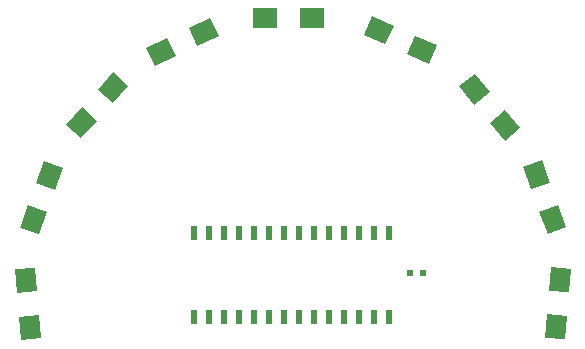
<source format=gbp>
G04 #@! TF.FileFunction,Paste,Bot*
%FSLAX46Y46*%
G04 Gerber Fmt 4.6, Leading zero omitted, Abs format (unit mm)*
G04 Created by KiCad (PCBNEW 4.0.7) date 06/01/18 21:32:27*
%MOMM*%
%LPD*%
G01*
G04 APERTURE LIST*
%ADD10C,0.100000*%
%ADD11R,0.600000X0.500000*%
%ADD12R,2.000000X1.700000*%
%ADD13R,0.508000X1.143000*%
G04 APERTURE END LIST*
D10*
D11*
X109051000Y-99441000D03*
X110151000Y-99441000D03*
D10*
G36*
X111290363Y-80148896D02*
X110598910Y-81701923D01*
X108771819Y-80888450D01*
X109463272Y-79335423D01*
X111290363Y-80148896D01*
X111290363Y-80148896D01*
G37*
G36*
X107636181Y-78521950D02*
X106944728Y-80074977D01*
X105117637Y-79261504D01*
X105809090Y-77708477D01*
X107636181Y-78521950D01*
X107636181Y-78521950D01*
G37*
G36*
X75548968Y-99142699D02*
X77242499Y-98994534D01*
X77416810Y-100986923D01*
X75723279Y-101135088D01*
X75548968Y-99142699D01*
X75548968Y-99142699D01*
G37*
G36*
X75897590Y-103127477D02*
X77591121Y-102979312D01*
X77765432Y-104971701D01*
X76071901Y-105119866D01*
X75897590Y-103127477D01*
X75897590Y-103127477D01*
G37*
G36*
X78052921Y-89955805D02*
X79650399Y-90537240D01*
X78966359Y-92416625D01*
X77368881Y-91835190D01*
X78052921Y-89955805D01*
X78052921Y-89955805D01*
G37*
G36*
X76684841Y-93714575D02*
X78282319Y-94296010D01*
X77598279Y-96175395D01*
X76000801Y-95593960D01*
X76684841Y-93714575D01*
X76684841Y-93714575D01*
G37*
G36*
X83925719Y-82444204D02*
X85189065Y-83581726D01*
X83850803Y-85068016D01*
X82587457Y-83930494D01*
X83925719Y-82444204D01*
X83925719Y-82444204D01*
G37*
G36*
X81249197Y-85416784D02*
X82512543Y-86554306D01*
X81174281Y-88040596D01*
X79910935Y-86903074D01*
X81249197Y-85416784D01*
X81249197Y-85416784D01*
G37*
G36*
X92123298Y-77819383D02*
X92841749Y-79360106D01*
X91029134Y-80205343D01*
X90310683Y-78664620D01*
X92123298Y-77819383D01*
X92123298Y-77819383D01*
G37*
G36*
X88498066Y-79509857D02*
X89216517Y-81050580D01*
X87403902Y-81895817D01*
X86685451Y-80355094D01*
X88498066Y-79509857D01*
X88498066Y-79509857D01*
G37*
D12*
X100755200Y-77876400D03*
X96755200Y-77876400D03*
D10*
G36*
X118352700Y-87146564D02*
X117050425Y-88239303D01*
X115764850Y-86707214D01*
X117067125Y-85614475D01*
X118352700Y-87146564D01*
X118352700Y-87146564D01*
G37*
G36*
X115781550Y-84082386D02*
X114479275Y-85175125D01*
X113193700Y-83643036D01*
X114495975Y-82550297D01*
X115781550Y-84082386D01*
X115781550Y-84082386D01*
G37*
G36*
X122271599Y-95543160D02*
X120674121Y-96124595D01*
X119990081Y-94245210D01*
X121587559Y-93663775D01*
X122271599Y-95543160D01*
X122271599Y-95543160D01*
G37*
G36*
X120903519Y-91784390D02*
X119306041Y-92365825D01*
X118622001Y-90486440D01*
X120219479Y-89905005D01*
X120903519Y-91784390D01*
X120903519Y-91784390D01*
G37*
G36*
X122149699Y-105069066D02*
X120456168Y-104920901D01*
X120630479Y-102928512D01*
X122324010Y-103076677D01*
X122149699Y-105069066D01*
X122149699Y-105069066D01*
G37*
G36*
X122498321Y-101084288D02*
X120804790Y-100936123D01*
X120979101Y-98943734D01*
X122672632Y-99091899D01*
X122498321Y-101084288D01*
X122498321Y-101084288D01*
G37*
D13*
X90766900Y-96024700D03*
X92036900Y-96024700D03*
X93306900Y-96024700D03*
X94576900Y-96024700D03*
X95846900Y-96024700D03*
X97116900Y-96024700D03*
X98386900Y-96024700D03*
X99656900Y-96024700D03*
X100926900Y-96024700D03*
X102196900Y-96024700D03*
X103466900Y-96024700D03*
X104736900Y-96024700D03*
X106006900Y-96024700D03*
X107276900Y-96024700D03*
X107276900Y-103136700D03*
X106006900Y-103136700D03*
X104736900Y-103136700D03*
X103466900Y-103136700D03*
X102196900Y-103136700D03*
X100926900Y-103136700D03*
X99656900Y-103136700D03*
X98386900Y-103136700D03*
X97116900Y-103136700D03*
X95846900Y-103136700D03*
X94576900Y-103136700D03*
X93306900Y-103136700D03*
X92036900Y-103136700D03*
X90766900Y-103136700D03*
M02*

</source>
